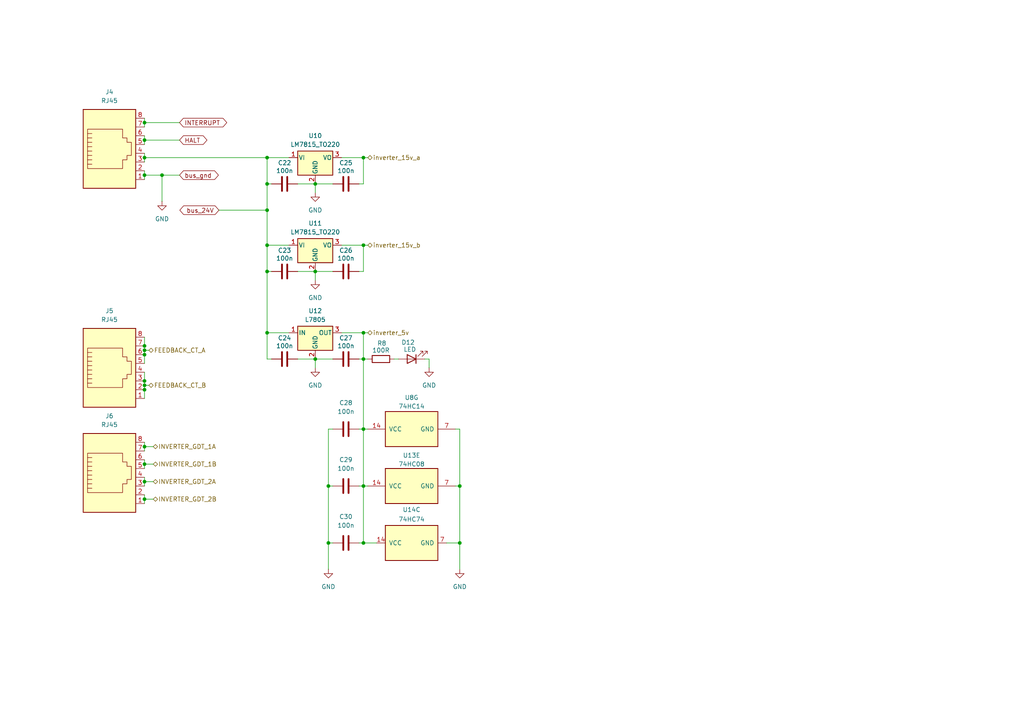
<source format=kicad_sch>
(kicad_sch (version 20250114) (generator "eeschema") (generator_version "9.0")
  (paper "A4")
  (lib_symbols
    (symbol "74xx:74HC00" (pin_names (offset 1.016))
      (property "Reference" "U" (at 0 1.27 0))
      (property "Value" "74HC00" (at 0 -1.27 0))
      (symbol "74HC00_1_1"
        (arc (start 0 3.81) (mid 3.7934 0) (end 0 -3.81) (stroke (width 0.254)) (fill (type background)))
        (polyline (pts (xy 0 3.81) (xy -3.81 3.81) (xy -3.81 -3.81) (xy 0 -3.81)) (stroke (width 0.254)) (fill (type background)))
        (pin input line (at -7.62 2.54 0) (length 3.81) (name "~") (number "1"))
        (pin input line (at -7.62 -2.54 0) (length 3.81) (name "~") (number "2"))
        (pin output inverted (at 7.62 0 180) (length 3.81) (name "~") (number "3"))
      )
      (symbol "74HC00_1_2"
        (arc (start -3.81 3.81) (mid -2.589 0) (end -3.81 -3.81) (stroke (width 0.254)))
        (polyline (pts (xy -3.81 3.81) (xy -0.635 3.81)) (stroke (width 0.254)) (fill (type background)))
        (polyline (pts (xy -3.81 -3.81) (xy -0.635 -3.81)) (stroke (width 0.254)) (fill (type background)))
        (arc (start 3.81 0) (mid 2.1855 -2.584) (end -0.6096 -3.81) (stroke (width 0.254)) (fill (type background)))
        (arc (start -0.6096 3.81) (mid 2.1928 2.5924) (end 3.81 0) (stroke (width 0.254)) (fill (type background)))
        (polyline (pts (xy -0.635 3.81) (xy -3.81 3.81) (xy -3.81 3.81) (xy -3.556 3.4036) (xy -3.0226 2.2606) (xy -2.6924 1.0414) (xy -2.6162 -0.254) (xy -2.7686 -1.4986) (xy -3.175 -2.7178) (xy -3.81 -3.81) (xy -3.81 -3.81) (xy -0.635 -3.81)) (stroke (width -25.4)) (fill (type background)))
        (pin input inverted (at -7.62 2.54 0) (length 4.318) (name "~") (number "1"))
        (pin input inverted (at -7.62 -2.54 0) (length 4.318) (name "~") (number "2"))
        (pin output line (at 7.62 0 180) (length 3.81) (name "~") (number "3"))
      )
      (symbol "74HC00_2_1"
        (arc (start 0 3.81) (mid 3.7934 0) (end 0 -3.81) (stroke (width 0.254)) (fill (type background)))
        (polyline (pts (xy 0 3.81) (xy -3.81 3.81) (xy -3.81 -3.81) (xy 0 -3.81)) (stroke (width 0.254)) (fill (type background)))
        (pin input line (at -7.62 2.54 0) (length 3.81) (name "~") (number "4"))
        (pin input line (at -7.62 -2.54 0) (length 3.81) (name "~") (number "5"))
        (pin output inverted (at 7.62 0 180) (length 3.81) (name "~") (number "6"))
      )
      (symbol "74HC00_2_2"
        (arc (start -3.81 3.81) (mid -2.589 0) (end -3.81 -3.81) (stroke (width 0.254)))
        (polyline (pts (xy -3.81 3.81) (xy -0.635 3.81)) (stroke (width 0.254)) (fill (type background)))
        (polyline (pts (xy -3.81 -3.81) (xy -0.635 -3.81)) (stroke (width 0.254)) (fill (type background)))
        (arc (start 3.81 0) (mid 2.1855 -2.584) (end -0.6096 -3.81) (stroke (width 0.254)) (fill (type background)))
        (arc (start -0.6096 3.81) (mid 2.1928 2.5924) (end 3.81 0) (stroke (width 0.254)) (fill (type background)))
        (polyline (pts (xy -0.635 3.81) (xy -3.81 3.81) (xy -3.81 3.81) (xy -3.556 3.4036) (xy -3.0226 2.2606) (xy -2.6924 1.0414) (xy -2.6162 -0.254) (xy -2.7686 -1.4986) (xy -3.175 -2.7178) (xy -3.81 -3.81) (xy -3.81 -3.81) (xy -0.635 -3.81)) (stroke (width -25.4)) (fill (type background)))
        (pin input inverted (at -7.62 2.54 0) (length 4.318) (name "~") (number "4"))
        (pin input inverted (at -7.62 -2.54 0) (length 4.318) (name "~") (number "5"))
        (pin output line (at 7.62 0 180) (length 3.81) (name "~") (number "6"))
      )
      (symbol "74HC00_3_1"
        (arc (start 0 3.81) (mid 3.7934 0) (end 0 -3.81) (stroke (width 0.254)) (fill (type background)))
        (polyline (pts (xy 0 3.81) (xy -3.81 3.81) (xy -3.81 -3.81) (xy 0 -3.81)) (stroke (width 0.254)) (fill (type background)))
        (pin input line (at -7.62 2.54 0) (length 3.81) (name "~") (number "9"))
        (pin input line (at -7.62 -2.54 0) (length 3.81) (name "~") (number "10"))
        (pin output inverted (at 7.62 0 180) (length 3.81) (name "~") (number "8"))
      )
      (symbol "74HC00_3_2"
        (arc (start -3.81 3.81) (mid -2.589 0) (end -3.81 -3.81) (stroke (width 0.254)))
        (polyline (pts (xy -3.81 3.81) (xy -0.635 3.81)) (stroke (width 0.254)) (fill (type background)))
        (polyline (pts (xy -3.81 -3.81) (xy -0.635 -3.81)) (stroke (width 0.254)) (fill (type background)))
        (arc (start 3.81 0) (mid 2.1855 -2.584) (end -0.6096 -3.81) (stroke (width 0.254)) (fill (type background)))
        (arc (start -0.6096 3.81) (mid 2.1928 2.5924) (end 3.81 0) (stroke (width 0.254)) (fill (type background)))
        (polyline (pts (xy -0.635 3.81) (xy -3.81 3.81) (xy -3.81 3.81) (xy -3.556 3.4036) (xy -3.0226 2.2606) (xy -2.6924 1.0414) (xy -2.6162 -0.254) (xy -2.7686 -1.4986) (xy -3.175 -2.7178) (xy -3.81 -3.81) (xy -3.81 -3.81) (xy -0.635 -3.81)) (stroke (width -25.4)) (fill (type background)))
        (pin input inverted (at -7.62 2.54 0) (length 4.318) (name "~") (number "9"))
        (pin input inverted (at -7.62 -2.54 0) (length 4.318) (name "~") (number "10"))
        (pin output line (at 7.62 0 180) (length 3.81) (name "~") (number "8"))
      )
      (symbol "74HC00_4_1"
        (arc (start 0 3.81) (mid 3.7934 0) (end 0 -3.81) (stroke (width 0.254)) (fill (type background)))
        (polyline (pts (xy 0 3.81) (xy -3.81 3.81) (xy -3.81 -3.81) (xy 0 -3.81)) (stroke (width 0.254)) (fill (type background)))
        (pin input line (at -7.62 2.54 0) (length 3.81) (name "~") (number "12"))
        (pin input line (at -7.62 -2.54 0) (length 3.81) (name "~") (number "13"))
        (pin output inverted (at 7.62 0 180) (length 3.81) (name "~") (number "11"))
      )
      (symbol "74HC00_4_2"
        (arc (start -3.81 3.81) (mid -2.589 0) (end -3.81 -3.81) (stroke (width 0.254)))
        (polyline (pts (xy -3.81 3.81) (xy -0.635 3.81)) (stroke (width 0.254)) (fill (type background)))
        (polyline (pts (xy -3.81 -3.81) (xy -0.635 -3.81)) (stroke (width 0.254)) (fill (type background)))
        (arc (start 3.81 0) (mid 2.1855 -2.584) (end -0.6096 -3.81) (stroke (width 0.254)) (fill (type background)))
        (arc (start -0.6096 3.81) (mid 2.1928 2.5924) (end 3.81 0) (stroke (width 0.254)) (fill (type background)))
        (polyline (pts (xy -0.635 3.81) (xy -3.81 3.81) (xy -3.81 3.81) (xy -3.556 3.4036) (xy -3.0226 2.2606) (xy -2.6924 1.0414) (xy -2.6162 -0.254) (xy -2.7686 -1.4986) (xy -3.175 -2.7178) (xy -3.81 -3.81) (xy -3.81 -3.81) (xy -0.635 -3.81)) (stroke (width -25.4)) (fill (type background)))
        (pin input inverted (at -7.62 2.54 0) (length 4.318) (name "~") (number "12"))
        (pin input inverted (at -7.62 -2.54 0) (length 4.318) (name "~") (number "13"))
        (pin output line (at 7.62 0 180) (length 3.81) (name "~") (number "11"))
      )
      (symbol "74HC00_5_0"
        (pin power_in line (at 0 12.7 270) (length 5.08) (name "VCC") (number "14"))
        (pin power_in line (at 0 -12.7 90) (length 5.08) (name "GND") (number "7"))
      )
      (symbol "74HC00_5_1"
        (rectangle (start -5.08 7.62) (end 5.08 -7.62) (stroke (width 0.254)) (fill (type background)))
      )
    )
    (symbol "74xx:74HC14" (pin_names (offset 1.016))
      (property "Reference" "U" (at 0 1.27 0))
      (property "Value" "74HC14" (at 0 -1.27 0))
      (symbol "74HC14_1_0"
        (polyline (pts (xy -3.81 3.81) (xy -3.81 -3.81) (xy 3.81 0) (xy -3.81 3.81)) (stroke (width 0.254)) (fill (type background)))
        (pin input line (at -7.62 0 0) (length 3.81) (name "~") (number "1"))
        (pin output inverted (at 7.62 0 180) (length 3.81) (name "~") (number "2"))
      )
      (symbol "74HC14_1_1"
        (polyline (pts (xy -2.54 -1.27) (xy -0.635 -1.27) (xy -0.635 1.27) (xy 0 1.27)))
        (polyline (pts (xy -1.905 -1.27) (xy -1.905 1.27) (xy -0.635 1.27)))
      )
      (symbol "74HC14_2_0"
        (polyline (pts (xy -3.81 3.81) (xy -3.81 -3.81) (xy 3.81 0) (xy -3.81 3.81)) (stroke (width 0.254)) (fill (type background)))
        (pin input line (at -7.62 0 0) (length 3.81) (name "~") (number "3"))
        (pin output inverted (at 7.62 0 180) (length 3.81) (name "~") (number "4"))
      )
      (symbol "74HC14_2_1"
        (polyline (pts (xy -2.54 -1.27) (xy -0.635 -1.27) (xy -0.635 1.27) (xy 0 1.27)))
        (polyline (pts (xy -1.905 -1.27) (xy -1.905 1.27) (xy -0.635 1.27)))
      )
      (symbol "74HC14_3_0"
        (polyline (pts (xy -3.81 3.81) (xy -3.81 -3.81) (xy 3.81 0) (xy -3.81 3.81)) (stroke (width 0.254)) (fill (type background)))
        (pin input line (at -7.62 0 0) (length 3.81) (name "~") (number "5"))
        (pin output inverted (at 7.62 0 180) (length 3.81) (name "~") (number "6"))
      )
      (symbol "74HC14_3_1"
        (polyline (pts (xy -2.54 -1.27) (xy -0.635 -1.27) (xy -0.635 1.27) (xy 0 1.27)))
        (polyline (pts (xy -1.905 -1.27) (xy -1.905 1.27) (xy -0.635 1.27)))
      )
      (symbol "74HC14_4_0"
        (polyline (pts (xy -3.81 3.81) (xy -3.81 -3.81) (xy 3.81 0) (xy -3.81 3.81)) (stroke (width 0.254)) (fill (type background)))
        (pin input line (at -7.62 0 0) (length 3.81) (name "~") (number "9"))
        (pin output inverted (at 7.62 0 180) (length 3.81) (name "~") (number "8"))
      )
      (symbol "74HC14_4_1"
        (polyline (pts (xy -2.54 -1.27) (xy -0.635 -1.27) (xy -0.635 1.27) (xy 0 1.27)))
        (polyline (pts (xy -1.905 -1.27) (xy -1.905 1.27) (xy -0.635 1.27)))
      )
      (symbol "74HC14_5_0"
        (polyline (pts (xy -3.81 3.81) (xy -3.81 -3.81) (xy 3.81 0) (xy -3.81 3.81)) (stroke (width 0.254)) (fill (type background)))
        (pin input line (at -7.62 0 0) (length 3.81) (name "~") (number "11"))
        (pin output inverted (at 7.62 0 180) (length 3.81) (name "~") (number "10"))
      )
      (symbol "74HC14_5_1"
        (polyline (pts (xy -2.54 -1.27) (xy -0.635 -1.27) (xy -0.635 1.27) (xy 0 1.27)))
        (polyline (pts (xy -1.905 -1.27) (xy -1.905 1.27) (xy -0.635 1.27)))
      )
      (symbol "74HC14_6_0"
        (polyline (pts (xy -3.81 3.81) (xy -3.81 -3.81) (xy 3.81 0) (xy -3.81 3.81)) (stroke (width 0.254)) (fill (type background)))
        (pin input line (at -7.62 0 0) (length 3.81) (name "~") (number "13"))
        (pin output inverted (at 7.62 0 180) (length 3.81) (name "~") (number "12"))
      )
      (symbol "74HC14_6_1"
        (polyline (pts (xy -2.54 -1.27) (xy -0.635 -1.27) (xy -0.635 1.27) (xy 0 1.27)))
        (polyline (pts (xy -1.905 -1.27) (xy -1.905 1.27) (xy -0.635 1.27)))
      )
      (symbol "74HC14_7_0"
        (pin power_in line (at 0 12.7 270) (length 5.08) (name "VCC") (number "14"))
        (pin power_in line (at 0 -12.7 90) (length 5.08) (name "GND") (number "7"))
      )
      (symbol "74HC14_7_1"
        (rectangle (start -5.08 7.62) (end 5.08 -7.62) (stroke (width 0.254)) (fill (type background)))
      )
    )
    (symbol "74xx:74HC74" (pin_names (offset 1.016))
      (property "Reference" "U" (at -7.62 8.89 0))
      (property "Value" "74HC74" (at -7.62 -8.89 0))
      (symbol "74HC74_1_0"
        (pin input line (at -7.62 2.54 0) (length 2.54) (name "D") (number "2"))
        (pin input clock (at -7.62 0 0) (length 2.54) (name "C") (number "3"))
        (pin input line (at 0 7.62 270) (length 2.54) (name "~{S}") (number "4"))
        (pin input line (at 0 -7.62 90) (length 2.54) (name "~{R}") (number "1"))
        (pin output line (at 7.62 2.54 180) (length 2.54) (name "Q") (number "5"))
        (pin output line (at 7.62 -2.54 180) (length 2.54) (name "~{Q}") (number "6"))
      )
      (symbol "74HC74_1_1"
        (rectangle (start -5.08 5.08) (end 5.08 -5.08) (stroke (width 0.254)) (fill (type background)))
      )
      (symbol "74HC74_2_0"
        (pin input line (at -7.62 2.54 0) (length 2.54) (name "D") (number "12"))
        (pin input clock (at -7.62 0 0) (length 2.54) (name "C") (number "11"))
        (pin input line (at 0 7.62 270) (length 2.54) (name "~{S}") (number "10"))
        (pin input line (at 0 -7.62 90) (length 2.54) (name "~{R}") (number "13"))
        (pin output line (at 7.62 2.54 180) (length 2.54) (name "Q") (number "9"))
        (pin output line (at 7.62 -2.54 180) (length 2.54) (name "~{Q}") (number "8"))
      )
      (symbol "74HC74_2_1"
        (rectangle (start -5.08 5.08) (end 5.08 -5.08) (stroke (width 0.254)) (fill (type background)))
      )
      (symbol "74HC74_3_0"
        (pin power_in line (at 0 10.16 270) (length 2.54) (name "VCC") (number "14"))
        (pin power_in line (at 0 -10.16 90) (length 2.54) (name "GND") (number "7"))
      )
      (symbol "74HC74_3_1"
        (rectangle (start -5.08 7.62) (end 5.08 -7.62) (stroke (width 0.254)) (fill (type background)))
      )
    )
    (symbol "Connector:RJ45" (pin_names (offset 1.016))
      (property "Reference" "J" (at -5.08 13.97 0))
      (property "Value" "RJ45" (at 2.54 13.97 0))
      (symbol "RJ45_0_1"
        (polyline (pts (xy -6.35 1.905) (xy -5.08 1.905) (xy -5.08 1.905)))
        (polyline (pts (xy -6.35 0.635) (xy -5.08 0.635) (xy -5.08 0.635)))
        (polyline (pts (xy -6.35 -0.635) (xy -5.08 -0.635) (xy -5.08 -0.635)))
        (polyline (pts (xy -6.35 -1.905) (xy -5.08 -1.905) (xy -5.08 -1.905)))
        (polyline (pts (xy -6.35 -3.175) (xy -5.08 -3.175) (xy -5.08 -3.175)))
        (polyline (pts (xy -6.35 -4.445) (xy -6.35 6.985) (xy 3.81 6.985) (xy 3.81 4.445) (xy 5.08 4.445) (xy 5.08 3.175) (xy 6.35 3.175) (xy 6.35 -0.635) (xy 5.08 -0.635) (xy 5.08 -1.905) (xy 3.81 -1.905) (xy 3.81 -4.445) (xy -6.35 -4.445) (xy -6.35 -4.445)))
        (polyline (pts (xy -5.08 5.715) (xy -6.35 5.715)))
        (polyline (pts (xy -5.08 4.445) (xy -6.35 4.445)))
        (polyline (pts (xy -5.08 3.175) (xy -6.35 3.175) (xy -6.35 3.175)))
        (rectangle (start 7.62 12.7) (end -7.62 -10.16) (stroke (width 0.254)) (fill (type background)))
      )
      (symbol "RJ45_1_1"
        (pin passive line (at 10.16 10.16 180) (length 2.54) (name "~") (number "8"))
        (pin passive line (at 10.16 7.62 180) (length 2.54) (name "~") (number "7"))
        (pin passive line (at 10.16 5.08 180) (length 2.54) (name "~") (number "6"))
        (pin passive line (at 10.16 2.54 180) (length 2.54) (name "~") (number "5"))
        (pin passive line (at 10.16 0 180) (length 2.54) (name "~") (number "4"))
        (pin passive line (at 10.16 -2.54 180) (length 2.54) (name "~") (number "3"))
        (pin passive line (at 10.16 -5.08 180) (length 2.54) (name "~") (number "2"))
        (pin passive line (at 10.16 -7.62 180) (length 2.54) (name "~") (number "1"))
      )
    )
    (symbol "Device:C" (pin_numbers (hide yes)) (pin_names (offset 0.254))
      (property "Reference" "C" (at 0.635 2.54 0))
      (property "Value" "C" (at 0.635 -2.54 0))
      (symbol "C_0_1"
        (polyline (pts (xy -2.032 0.762) (xy 2.032 0.762)) (stroke (width 0.508)))
        (polyline (pts (xy -2.032 -0.762) (xy 2.032 -0.762)) (stroke (width 0.508)))
      )
      (symbol "C_1_1"
        (pin passive line (at 0 3.81 270) (length 2.794) (name "~") (number "1"))
        (pin passive line (at 0 -3.81 90) (length 2.794) (name "~") (number "2"))
      )
    )
    (symbol "Device:LED" (pin_numbers (hide yes)) (pin_names (offset 1.016) (hide yes))
      (property "Reference" "D" (at 0 2.54 0))
      (property "Value" "LED" (at 0 -2.54 0))
      (symbol "LED_0_1"
        (polyline (pts (xy -3.048 -0.762) (xy -4.572 -2.286) (xy -3.81 -2.286) (xy -4.572 -2.286) (xy -4.572 -1.524)))
        (polyline (pts (xy -1.778 -0.762) (xy -3.302 -2.286) (xy -2.54 -2.286) (xy -3.302 -2.286) (xy -3.302 -1.524)))
        (polyline (pts (xy -1.27 0) (xy 1.27 0)))
        (polyline (pts (xy -1.27 -1.27) (xy -1.27 1.27)) (stroke (width 0.254)))
        (polyline (pts (xy 1.27 -1.27) (xy 1.27 1.27) (xy -1.27 0) (xy 1.27 -1.27)) (stroke (width 0.254)))
      )
      (symbol "LED_1_1"
        (pin passive line (at -3.81 0 0) (length 2.54) (name "K") (number "1"))
        (pin passive line (at 3.81 0 180) (length 2.54) (name "A") (number "2"))
      )
    )
    (symbol "Device:R" (pin_numbers (hide yes)) (pin_names (offset 0))
      (property "Reference" "R" (at 2.032 0 90))
      (property "Value" "R" (at 0 0 90))
      (symbol "R_0_1"
        (rectangle (start -1.016 -2.54) (end 1.016 2.54) (stroke (width 0.254)))
      )
      (symbol "R_1_1"
        (pin passive line (at 0 3.81 270) (length 1.27) (name "~") (number "1"))
        (pin passive line (at 0 -3.81 90) (length 1.27) (name "~") (number "2"))
      )
    )
    (symbol "Regulator_Linear:L7805" (pin_names (offset 0.254))
      (property "Reference" "U" (at -3.81 3.175 0))
      (property "Value" "L7805" (at 0 3.175 0))
      (symbol "L7805_0_1"
        (rectangle (start -5.08 1.905) (end 5.08 -5.08) (stroke (width 0.254)) (fill (type background)))
      )
      (symbol "L7805_1_1"
        (pin power_in line (at -7.62 0 0) (length 2.54) (name "IN") (number "1"))
        (pin power_in line (at 0 -7.62 90) (length 2.54) (name "GND") (number "2"))
        (pin power_out line (at 7.62 0 180) (length 2.54) (name "OUT") (number "3"))
      )
    )
    (symbol "Regulator_Linear:LM7815_TO220" (pin_names (offset 0.254))
      (property "Reference" "U" (at -3.81 3.175 0))
      (property "Value" "LM7815_TO220" (at 0 3.175 0))
      (symbol "LM7815_TO220_0_1"
        (rectangle (start -5.08 1.905) (end 5.08 -5.08) (stroke (width 0.254)) (fill (type background)))
      )
      (symbol "LM7815_TO220_1_1"
        (pin power_in line (at -7.62 0 0) (length 2.54) (name "VI") (number "1"))
        (pin power_in line (at 0 -7.62 90) (length 2.54) (name "GND") (number "2"))
        (pin power_out line (at 7.62 0 180) (length 2.54) (name "VO") (number "3"))
      )
    )
    (symbol "power:GND" (power) (pin_numbers (hide yes)) (pin_names (offset 0) (hide yes))
      (property "Value" "GND" (at 0 -3.81 0))
      (symbol "GND_0_1"
        (polyline (pts (xy 0 0) (xy 0 -1.27) (xy 1.27 -1.27) (xy 0 -2.54) (xy -1.27 -1.27) (xy 0 -1.27)))
      )
      (symbol "GND_1_1"
        (pin power_in line (at 0 0 270) (length 0) (name "~") (number "1"))
      )
    )
  )
  (junction (at 133.35 140.97))
  (junction (at 41.91 139.7))
  (junction (at 95.25 157.48))
  (junction (at 41.91 144.78))
  (junction (at 77.47 53.34))
  (junction (at 95.25 140.97))
  (junction (at 41.91 45.72))
  (junction (at 41.91 100.33))
  (junction (at 133.35 157.48))
  (junction (at 105.41 140.97))
  (junction (at 41.91 110.49))
  (junction (at 41.91 50.8))
  (junction (at 41.91 129.54))
  (junction (at 105.41 124.46))
  (junction (at 41.91 134.62))
  (junction (at 91.44 53.34))
  (junction (at 105.41 104.14))
  (junction (at 41.91 102.87))
  (junction (at 77.47 96.52))
  (junction (at 41.91 113.03))
  (junction (at 41.91 35.56))
  (junction (at 105.41 96.52))
  (junction (at 105.41 71.12))
  (junction (at 41.91 111.76))
  (junction (at 46.99 50.8))
  (junction (at 105.41 157.48))
  (junction (at 41.91 101.6))
  (junction (at 77.47 60.96))
  (junction (at 105.41 45.72))
  (junction (at 77.47 71.12))
  (junction (at 91.44 104.14))
  (junction (at 91.44 78.74))
  (junction (at 77.47 45.72))
  (junction (at 77.47 78.74))
  (junction (at 41.91 40.64))
  (wire (pts (xy 41.91 39.37) (xy 41.91 40.64)))
  (wire (pts (xy 105.41 104.14) (xy 104.14 104.14)))
  (wire (pts (xy 91.44 104.14) (xy 91.44 106.68)))
  (wire (pts (xy 104.14 157.48) (xy 105.41 157.48)))
  (wire (pts (xy 91.44 104.14) (xy 96.52 104.14)))
  (wire (pts (xy 41.91 134.62) (xy 41.91 135.89)))
  (wire (pts (xy 77.47 60.96) (xy 77.47 71.12)))
  (wire (pts (xy 41.91 100.33) (xy 41.91 101.6)))
  (wire (pts (xy 105.41 140.97) (xy 105.41 157.48)))
  (wire (pts (xy 133.35 140.97) (xy 133.35 157.48)))
  (wire (pts (xy 77.47 96.52) (xy 77.47 104.14)))
  (wire (pts (xy 105.41 124.46) (xy 105.41 140.97)))
  (wire (pts (xy 106.68 104.14) (xy 105.41 104.14)))
  (wire (pts (xy 41.91 49.53) (xy 41.91 50.8)))
  (wire (pts (xy 133.35 157.48) (xy 129.54 157.48)))
  (wire (pts (xy 41.91 45.72) (xy 41.91 46.99)))
  (wire (pts (xy 105.41 78.74) (xy 104.14 78.74)))
  (wire (pts (xy 41.91 113.03) (xy 41.91 115.57)))
  (wire (pts (xy 41.91 128.27) (xy 41.91 129.54)))
  (wire (pts (xy 133.35 140.97) (xy 132.08 140.97)))
  (wire (pts (xy 77.47 71.12) (xy 77.47 78.74)))
  (wire (pts (xy 105.41 71.12) (xy 106.68 71.12)))
  (wire (pts (xy 105.41 71.12) (xy 105.41 78.74)))
  (wire (pts (xy 77.47 71.12) (xy 83.82 71.12)))
  (wire (pts (xy 91.44 78.74) (xy 91.44 81.28)))
  (wire (pts (xy 41.91 35.56) (xy 52.07 35.56)))
  (wire (pts (xy 124.46 104.14) (xy 124.46 106.68)))
  (wire (pts (xy 124.46 104.14) (xy 123.19 104.14)))
  (wire (pts (xy 41.91 139.7) (xy 44.45 139.7)))
  (wire (pts (xy 114.3 104.14) (xy 115.57 104.14)))
  (wire (pts (xy 105.41 45.72) (xy 106.68 45.72)))
  (wire (pts (xy 99.06 71.12) (xy 105.41 71.12)))
  (wire (pts (xy 95.25 124.46) (xy 96.52 124.46)))
  (wire (pts (xy 95.25 124.46) (xy 95.25 140.97)))
  (wire (pts (xy 77.47 53.34) (xy 77.47 60.96)))
  (wire (pts (xy 133.35 124.46) (xy 132.08 124.46)))
  (wire (pts (xy 86.36 78.74) (xy 91.44 78.74)))
  (wire (pts (xy 105.41 53.34) (xy 104.14 53.34)))
  (wire (pts (xy 86.36 53.34) (xy 91.44 53.34)))
  (wire (pts (xy 99.06 45.72) (xy 105.41 45.72)))
  (wire (pts (xy 77.47 45.72) (xy 83.82 45.72)))
  (wire (pts (xy 91.44 53.34) (xy 91.44 55.88)))
  (wire (pts (xy 77.47 60.96) (xy 63.5 60.96)))
  (wire (pts (xy 41.91 144.78) (xy 41.91 146.05)))
  (wire (pts (xy 41.91 34.29) (xy 41.91 35.56)))
  (wire (pts (xy 41.91 35.56) (xy 41.91 36.83)))
  (wire (pts (xy 41.91 44.45) (xy 41.91 45.72)))
  (wire (pts (xy 133.35 157.48) (xy 133.35 165.1)))
  (wire (pts (xy 41.91 107.95) (xy 41.91 110.49)))
  (wire (pts (xy 41.91 143.51) (xy 41.91 144.78)))
  (wire (pts (xy 95.25 157.48) (xy 96.52 157.48)))
  (wire (pts (xy 105.41 45.72) (xy 105.41 53.34)))
  (wire (pts (xy 104.14 124.46) (xy 105.41 124.46)))
  (wire (pts (xy 41.91 134.62) (xy 44.45 134.62)))
  (wire (pts (xy 99.06 96.52) (xy 105.41 96.52)))
  (wire (pts (xy 95.25 157.48) (xy 95.25 165.1)))
  (wire (pts (xy 41.91 97.79) (xy 41.91 100.33)))
  (wire (pts (xy 41.91 111.76) (xy 41.91 113.03)))
  (wire (pts (xy 105.41 104.14) (xy 105.41 96.52)))
  (wire (pts (xy 77.47 53.34) (xy 77.47 45.72)))
  (wire (pts (xy 77.47 104.14) (xy 78.74 104.14)))
  (wire (pts (xy 105.41 157.48) (xy 109.22 157.48)))
  (wire (pts (xy 95.25 140.97) (xy 95.25 157.48)))
  (wire (pts (xy 91.44 78.74) (xy 96.52 78.74)))
  (wire (pts (xy 105.41 140.97) (xy 106.68 140.97)))
  (wire (pts (xy 41.91 50.8) (xy 41.91 52.07)))
  (wire (pts (xy 104.14 140.97) (xy 105.41 140.97)))
  (wire (pts (xy 41.91 101.6) (xy 41.91 102.87)))
  (wire (pts (xy 41.91 102.87) (xy 41.91 105.41)))
  (wire (pts (xy 41.91 111.76) (xy 43.18 111.76)))
  (wire (pts (xy 41.91 129.54) (xy 44.45 129.54)))
  (wire (pts (xy 95.25 140.97) (xy 96.52 140.97)))
  (wire (pts (xy 41.91 101.6) (xy 43.18 101.6)))
  (wire (pts (xy 133.35 124.46) (xy 133.35 140.97)))
  (wire (pts (xy 105.41 96.52) (xy 106.68 96.52)))
  (wire (pts (xy 77.47 53.34) (xy 78.74 53.34)))
  (wire (pts (xy 77.47 78.74) (xy 77.47 96.52)))
  (wire (pts (xy 41.91 139.7) (xy 41.91 140.97)))
  (wire (pts (xy 41.91 133.35) (xy 41.91 134.62)))
  (wire (pts (xy 77.47 78.74) (xy 78.74 78.74)))
  (wire (pts (xy 41.91 129.54) (xy 41.91 130.81)))
  (wire (pts (xy 105.41 104.14) (xy 105.41 124.46)))
  (wire (pts (xy 91.44 53.34) (xy 96.52 53.34)))
  (wire (pts (xy 105.41 124.46) (xy 106.68 124.46)))
  (wire (pts (xy 41.91 138.43) (xy 41.91 139.7)))
  (wire (pts (xy 77.47 96.52) (xy 83.82 96.52)))
  (wire (pts (xy 46.99 50.8) (xy 46.99 58.42)))
  (wire (pts (xy 46.99 50.8) (xy 52.07 50.8)))
  (wire (pts (xy 86.36 104.14) (xy 91.44 104.14)))
  (wire (pts (xy 41.91 45.72) (xy 77.47 45.72)))
  (wire (pts (xy 41.91 110.49) (xy 41.91 111.76)))
  (wire (pts (xy 41.91 40.64) (xy 41.91 41.91)))
  (wire (pts (xy 41.91 40.64) (xy 52.07 40.64)))
  (wire (pts (xy 41.91 50.8) (xy 46.99 50.8)))
  (wire (pts (xy 41.91 144.78) (xy 44.45 144.78)))
  (global_label "INTERRUPT" (shape bidirectional) (at 52.07 35.56 0) (property "Intersheetrefs" "${INTERSHEET_REFS}" (effects (hide yes))))
  (global_label "bus_gnd" (shape bidirectional) (at 52.07 50.8 0) (property "Intersheetrefs" "${INTERSHEET_REFS}" (effects (hide yes))))
  (global_label "bus_24V" (shape bidirectional) (at 63.5 60.96 180) (property "Intersheetrefs" "${INTERSHEET_REFS}" (effects (hide yes))))
  (global_label "HALT" (shape bidirectional) (at 52.07 40.64 0) (property "Intersheetrefs" "${INTERSHEET_REFS}" (effects (hide yes))))
  (hierarchical_label "INVERTER_GDT_2B" (shape bidirectional) (at 44.45 144.78 0))
  (hierarchical_label "FEEDBACK_CT_A" (shape bidirectional) (at 43.18 101.6 0))
  (hierarchical_label "FEEDBACK_CT_B" (shape bidirectional) (at 43.18 111.76 0))
  (hierarchical_label "INVERTER_GDT_1B" (shape bidirectional) (at 44.45 134.62 0))
  (hierarchical_label "INVERTER_GDT_1A" (shape bidirectional) (at 44.45 129.54 0))
  (hierarchical_label "inverter_5v" (shape bidirectional) (at 106.68 96.52 0))
  (hierarchical_label "inverter_15v_a" (shape bidirectional) (at 106.68 45.72 0))
  (hierarchical_label "inverter_15v_b" (shape bidirectional) (at 106.68 71.12 0))
  (hierarchical_label "INVERTER_GDT_2A" (shape bidirectional) (at 44.45 139.7 0))
  (symbol (lib_id "power:GND") (at 91.44 55.88 0) (unit 1)
    (property "Reference" "#PWR031" (effects (hide yes)))
    (property "Value" "GND" (at 91.44 60.96 0))
    (property "Description" "Power symbol creates a global label with name \"GND\" , ground" (effects (hide yes)))
  )
  (symbol (lib_id "74xx:74HC74") (at 119.38 157.48 90) (unit 3)
    (property "Reference" "U14" (at 119.38 147.828 90))
    (property "Value" "74HC74" (at 119.38 150.622 90))
    (property "Datasheet" "74xx/74hc_hct74.pdf" (effects (hide yes)))
    (property "Description" "Dual D Flip-flop, Set & Reset" (effects (hide yes)))
  )
  (symbol (lib_id "Device:C") (at 82.55 78.74 90) (unit 1)
    (property "Reference" "C23" (at 82.55 72.644 90))
    (property "Value" "100n" (at 82.55 74.93 90))
    (property "Description" "Unpolarized capacitor" (effects (hide yes)))
  )
  (symbol (lib_id "Device:LED") (at 119.38 104.14 180) (unit 1)
    (property "Reference" "D12" (at 118.364 99.314 0))
    (property "Value" "LED" (at 118.872 101.346 0))
    (property "Description" "Light emitting diode" (effects (hide yes)))
    (property "Sim.Pins" "1=K 2=A" (effects (hide yes)))
  )
  (symbol (lib_id "Connector:RJ45") (at 31.75 44.45 0) (unit 1)
    (property "Reference" "J4" (at 31.75 26.67 0))
    (property "Value" "RJ45" (at 31.75 29.21 0))
    (property "Description" "RJ connector, 8P8C (8 positions 8 connected)" (effects (hide yes)))
  )
  (symbol (lib_id "power:GND") (at 95.25 165.1 0) (unit 1)
    (property "Reference" "#PWR042" (effects (hide yes)))
    (property "Value" "GND" (at 95.25 170.18 0))
    (property "Description" "Power symbol creates a global label with name \"GND\" , ground" (effects (hide yes)))
  )
  (symbol (lib_id "Regulator_Linear:LM7815_TO220") (at 91.44 71.12 0) (unit 1)
    (property "Reference" "U11" (at 91.44 64.77 0))
    (property "Value" "LM7815_TO220" (at 91.44 67.31 0))
    (property "Footprint" "Package_TO_SOT_THT:TO-220-3_Vertical" (effects (hide yes)))
    (property "Datasheet" "https://www.onsemi.cn/PowerSolutions/document/MC7800-D.PDF" (effects (hide yes)))
    (property "Description" "Positive 1A 35V Linear Regulator, Fixed Output 15V, TO-220" (effects (hide yes)))
  )
  (symbol (lib_id "Device:C") (at 100.33 53.34 90) (unit 1)
    (property "Reference" "C25" (at 100.33 47.244 90))
    (property "Value" "100n" (at 100.33 49.53 90))
    (property "Description" "Unpolarized capacitor" (effects (hide yes)))
  )
  (symbol (lib_id "power:GND") (at 91.44 106.68 0) (unit 1)
    (property "Reference" "#PWR032" (effects (hide yes)))
    (property "Value" "GND" (at 91.44 111.76 0))
    (property "Description" "Power symbol creates a global label with name \"GND\" , ground" (effects (hide yes)))
  )
  (symbol (lib_id "74xx:74HC00") (at 119.38 140.97 90) (unit 5)
    (property "Reference" "U13" (at 119.38 132.08 90))
    (property "Value" "74HC08" (at 119.38 134.62 90))
    (property "Datasheet" "http://www.ti.com/lit/gpn/sn74hc00" (effects (hide yes)))
    (property "Description" "quad 2-input NAND gate" (effects (hide yes)))
  )
  (symbol (lib_id "Device:C") (at 100.33 140.97 90) (unit 1)
    (property "Reference" "C29" (at 100.33 133.35 90))
    (property "Value" "100n" (at 100.33 135.89 90))
    (property "Description" "Unpolarized capacitor" (effects (hide yes)))
  )
  (symbol (lib_id "power:GND") (at 124.46 106.68 0) (unit 1)
    (property "Reference" "#PWR033" (effects (hide yes)))
    (property "Value" "GND" (at 124.46 111.76 0))
    (property "Description" "Power symbol creates a global label with name \"GND\" , ground" (effects (hide yes)))
  )
  (symbol (lib_id "Device:C") (at 100.33 104.14 90) (unit 1)
    (property "Reference" "C27" (at 100.33 98.044 90))
    (property "Value" "100n" (at 100.33 100.33 90))
    (property "Description" "Unpolarized capacitor" (effects (hide yes)))
  )
  (symbol (lib_id "Device:C") (at 100.33 157.48 90) (unit 1)
    (property "Reference" "C30" (at 100.33 149.86 90))
    (property "Value" "100n" (at 100.33 152.4 90))
    (property "Description" "Unpolarized capacitor" (effects (hide yes)))
  )
  (symbol (lib_id "power:GND") (at 46.99 58.42 0) (unit 1)
    (property "Reference" "#PWR030" (effects (hide yes)))
    (property "Value" "GND" (at 46.99 63.5 0))
    (property "Description" "Power symbol creates a global label with name \"GND\" , ground" (effects (hide yes)))
  )
  (symbol (lib_id "Device:R") (at 110.49 104.14 90) (unit 1)
    (property "Reference" "R8" (at 110.744 99.568 90))
    (property "Value" "100R" (at 110.49 101.6 90))
    (property "Description" "Resistor" (effects (hide yes)))
  )
  (symbol (lib_id "Connector:RJ45") (at 31.75 138.43 0) (unit 1)
    (property "Reference" "J6" (at 31.75 120.65 0))
    (property "Value" "RJ45" (at 31.75 123.19 0))
    (property "Description" "RJ connector, 8P8C (8 positions 8 connected)" (effects (hide yes)))
  )
  (symbol (lib_id "Regulator_Linear:LM7815_TO220") (at 91.44 45.72 0) (unit 1)
    (property "Reference" "U10" (at 91.44 39.37 0))
    (property "Value" "LM7815_TO220" (at 91.44 41.91 0))
    (property "Footprint" "Package_TO_SOT_THT:TO-220-3_Vertical" (effects (hide yes)))
    (property "Datasheet" "https://www.onsemi.cn/PowerSolutions/document/MC7800-D.PDF" (effects (hide yes)))
    (property "Description" "Positive 1A 35V Linear Regulator, Fixed Output 15V, TO-220" (effects (hide yes)))
  )
  (symbol (lib_id "Device:C") (at 82.55 104.14 90) (unit 1)
    (property "Reference" "C24" (at 82.55 98.044 90))
    (property "Value" "100n" (at 82.55 100.33 90))
    (property "Description" "Unpolarized capacitor" (effects (hide yes)))
  )
  (symbol (lib_id "Device:C") (at 100.33 124.46 90) (unit 1)
    (property "Reference" "C28" (at 100.33 116.84 90))
    (property "Value" "100n" (at 100.33 119.38 90))
    (property "Description" "Unpolarized capacitor" (effects (hide yes)))
  )
  (symbol (lib_id "power:GND") (at 91.44 81.28 0) (unit 1)
    (property "Reference" "#PWR034" (effects (hide yes)))
    (property "Value" "GND" (at 91.44 86.36 0))
    (property "Description" "Power symbol creates a global label with name \"GND\" , ground" (effects (hide yes)))
  )
  (symbol (lib_id "Regulator_Linear:L7805") (at 91.44 96.52 0) (unit 1)
    (property "Reference" "U12" (at 91.44 90.17 0))
    (property "Value" "L7805" (at 91.44 92.71 0))
    (property "Datasheet" "http://www.st.com/content/ccc/resource/technical/document/datasheet/41/4f/b3/b0/12/d4/47/88/CD00000444.pdf/files/CD00000444.pdf/jcr:content/translations/en.CD00000444.pdf" (effects (hide yes)))
    (property "Description" "Positive 1.5A 35V Linear Regulator, Fixed Output 5V, TO-220/TO-263/TO-252" (effects (hide yes)))
  )
  (symbol (lib_id "power:GND") (at 133.35 165.1 0) (unit 1)
    (property "Reference" "#PWR043" (effects (hide yes)))
    (property "Value" "GND" (at 133.35 170.18 0))
    (property "Description" "Power symbol creates a global label with name \"GND\" , ground" (effects (hide yes)))
  )
  (symbol (lib_id "Device:C") (at 82.55 53.34 90) (unit 1)
    (property "Reference" "C22" (at 82.55 47.244 90))
    (property "Value" "100n" (at 82.55 49.53 90))
    (property "Description" "Unpolarized capacitor" (effects (hide yes)))
  )
  (symbol (lib_id "Connector:RJ45") (at 31.75 107.95 0) (unit 1)
    (property "Reference" "J5" (at 31.75 90.17 0))
    (property "Value" "RJ45" (at 31.75 92.71 0))
    (property "Description" "RJ connector, 8P8C (8 positions 8 connected)" (effects (hide yes)))
  )
  (symbol (lib_id "Device:C") (at 100.33 78.74 90) (unit 1)
    (property "Reference" "C26" (at 100.33 72.644 90))
    (property "Value" "100n" (at 100.33 74.93 90))
    (property "Description" "Unpolarized capacitor" (effects (hide yes)))
  )
  (symbol (lib_id "74xx:74HC14") (at 119.38 124.46 90) (unit 7)
    (property "Reference" "U8" (at 119.38 115.316 90))
    (property "Value" "74HC14" (at 119.38 117.856 90))
    (property "Datasheet" "http://www.ti.com/lit/gpn/sn74HC14" (effects (hide yes)))
    (property "Description" "Hex inverter schmitt trigger" (effects (hide yes)))
  )
)
</source>
